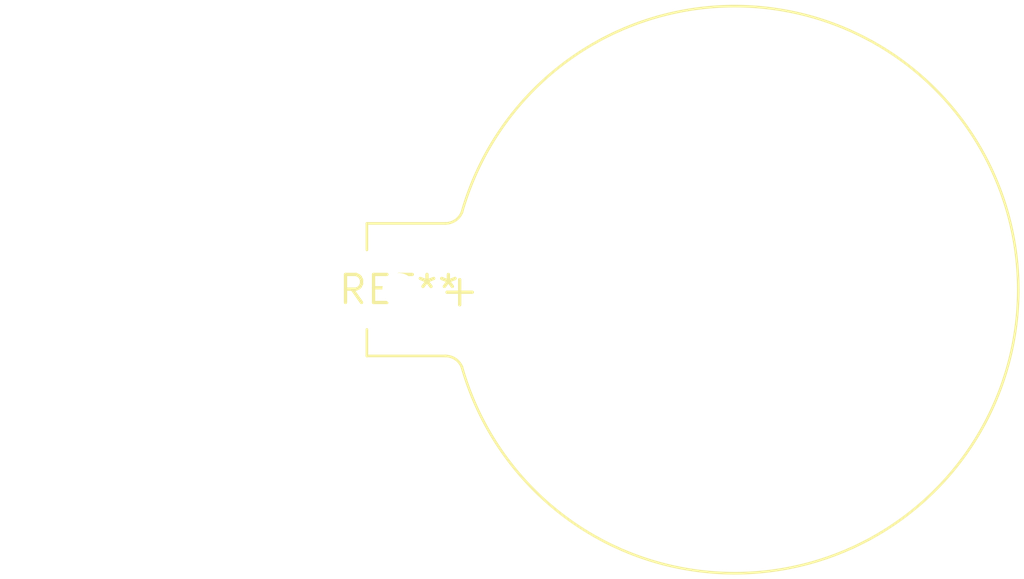
<source format=kicad_pcb>
(kicad_pcb (version 20240108) (generator pcbnew)
  (layers (0 "F.Cu" signal) (31 "B.Cu" signal) (34 "B.Paste" user) (35 "F.Paste" user) (36 "B.SilkS" user "B.Silkscreen") (37 "F.SilkS" user "F.Silkscreen") (38 "B.Mask" user) (39 "F.Mask" user) (44 "Edge.Cuts" user))
  (net 0 "")
  (footprint "BatteryHolder_Keystone_104_1x23mm" (layer "F.Cu") (at 0 0)
    (property "Reference" "REF**")
    (property "Value" "BatteryHolder_Keystone_104_1x23mm")
    (fp_line (start -1.45 -3) (end 2.1 -3) (layer "F.SilkS") (stroke (width 0.12)))
    (fp_line (start -1.45 -1.8) (end -1.45 -3) (layer "F.SilkS") (stroke (width 0.12)))
    (fp_line (start -1.45 1.8) (end -1.45 3) (layer "F.SilkS") (stroke (width 0.12)))
    (fp_line (start -1.45 3) (end 2.1 3) (layer "F.SilkS") (stroke (width 0.12)))
    (fp_arc (start 2.1 3) (mid 2.550694 3.136459) (end 2.85 3.5) (layer "F.SilkS") (stroke (width 0.12)))
    (fp_arc (start 2.85 -3.5) (mid 2.550694 -3.136459) (end 2.1 -3) (layer "F.SilkS") (stroke (width 0.12)))
    (fp_arc (start 2.85 -3.5) (mid 16.966716 -12.714122) (end 28.03617 0) (layer "F.SilkS") (stroke (width 0.12)))
    (fp_arc (start 28.03617 0) (mid 16.966716 12.714122) (end 2.85 3.5) (layer "F.SilkS") (stroke (width 0.12)))
    (fp_text user "+" (at 2.75 0 0) (layer "F.SilkS") (effects (font (size 1.5 1.5))))
    (pad "1" thru_hole rect (at 0 0) (size 3 3) (drill 1.5) (layers *.Cu *.Mask) (remove_unused_layers))
    (pad "2" thru_hole circle (at 20.49 0) (size 3 3) (drill 1.5) (layers *.Cu *.Mask) (remove_unused_layers))
  )
)
</source>
